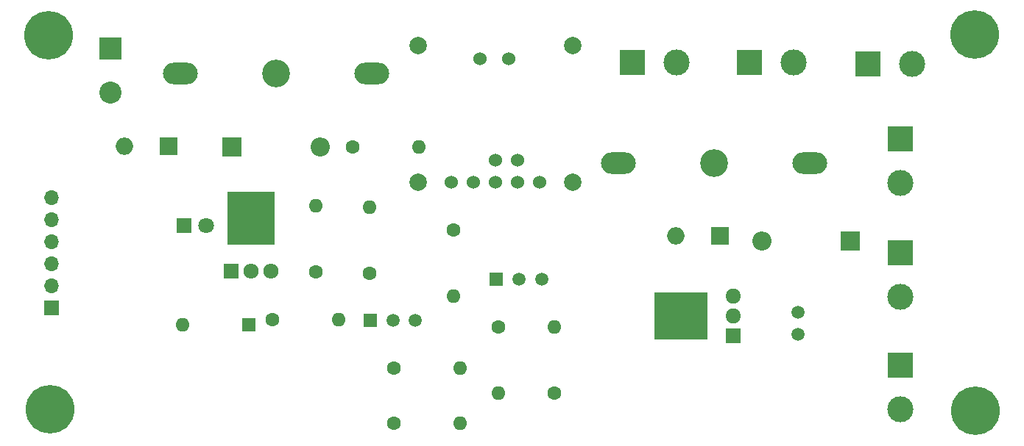
<source format=gbr>
%TF.GenerationSoftware,KiCad,Pcbnew,(5.1.9)-1*%
%TF.CreationDate,2021-04-11T16:44:48+02:00*%
%TF.ProjectId,charge_pcb,63686172-6765-45f7-9063-622e6b696361,rev?*%
%TF.SameCoordinates,Original*%
%TF.FileFunction,Soldermask,Top*%
%TF.FilePolarity,Negative*%
%FSLAX46Y46*%
G04 Gerber Fmt 4.6, Leading zero omitted, Abs format (unit mm)*
G04 Created by KiCad (PCBNEW (5.1.9)-1) date 2021-04-11 16:44:48*
%MOMM*%
%LPD*%
G01*
G04 APERTURE LIST*
%ADD10C,5.600000*%
%ADD11C,3.600000*%
%ADD12C,1.800000*%
%ADD13R,1.800000X1.800000*%
%ADD14O,1.600000X1.600000*%
%ADD15C,1.600000*%
%ADD16C,1.524000*%
%ADD17C,2.000000*%
%ADD18O,1.800000X1.714500*%
%ADD19R,1.800000X1.714500*%
%ADD20R,6.200000X5.500000*%
%ADD21R,1.500000X1.500000*%
%ADD22C,1.500000*%
%ADD23O,1.714500X1.800000*%
%ADD24R,1.714500X1.800000*%
%ADD25R,5.500000X6.200000*%
%ADD26C,3.000000*%
%ADD27R,3.000000X3.000000*%
%ADD28O,1.700000X1.700000*%
%ADD29R,1.700000X1.700000*%
%ADD30C,3.200000*%
%ADD31O,4.000500X2.499360*%
%ADD32O,2.200000X2.200000*%
%ADD33R,2.200000X2.200000*%
%ADD34O,2.000000X2.000000*%
%ADD35R,2.000000X2.000000*%
%ADD36R,1.600000X1.600000*%
%ADD37C,1.501140*%
%ADD38C,2.540000*%
%ADD39R,2.540000X2.540000*%
G04 APERTURE END LIST*
D10*
%TO.C,H2*%
X179610000Y-107830000D03*
D11*
X179610000Y-107830000D03*
%TD*%
D10*
%TO.C,H4*%
X73250000Y-151030000D03*
D11*
X73250000Y-151030000D03*
%TD*%
D10*
%TO.C,H3*%
X179680000Y-151210000D03*
D11*
X179680000Y-151210000D03*
%TD*%
D10*
%TO.C,H1*%
X73080000Y-107940000D03*
D11*
X73080000Y-107940000D03*
%TD*%
D12*
%TO.C,D6*%
X91170000Y-129870000D03*
D13*
X88630000Y-129870000D03*
%TD*%
D14*
%TO.C,R9*%
X115680000Y-120770000D03*
D15*
X108060000Y-120770000D03*
%TD*%
D16*
%TO.C,U1*%
X126980000Y-122340000D03*
X124440000Y-122340000D03*
X124440000Y-124880000D03*
X126980000Y-124880000D03*
D17*
X133330000Y-109132000D03*
X115550000Y-109132000D03*
X133330000Y-124880000D03*
X115550000Y-124880000D03*
D16*
X125964000Y-110656000D03*
X122662000Y-110656000D03*
X129520000Y-124880000D03*
X119360000Y-124880000D03*
X121900000Y-124880000D03*
%TD*%
D14*
%TO.C,R8*%
X120380000Y-152580000D03*
D15*
X112760000Y-152580000D03*
%TD*%
D14*
%TO.C,R7*%
X124830000Y-149150000D03*
D15*
X124830000Y-141530000D03*
%TD*%
D14*
%TO.C,R6*%
X119590000Y-137990000D03*
D15*
X119590000Y-130370000D03*
%TD*%
D14*
%TO.C,R5*%
X131200000Y-141560000D03*
D15*
X131200000Y-149180000D03*
%TD*%
D14*
%TO.C,R4*%
X106400000Y-140650000D03*
D15*
X98780000Y-140650000D03*
%TD*%
D14*
%TO.C,R3*%
X120360000Y-146290000D03*
D15*
X112740000Y-146290000D03*
%TD*%
D14*
%TO.C,R2*%
X109980000Y-127680000D03*
D15*
X109980000Y-135300000D03*
%TD*%
D14*
%TO.C,R1*%
X103760000Y-127510000D03*
D15*
X103760000Y-135130000D03*
%TD*%
D18*
%TO.C,Q4*%
X151830000Y-137988000D03*
X151830000Y-140274000D03*
D19*
X151830000Y-142560000D03*
D20*
X145756667Y-140274000D03*
%TD*%
D21*
%TO.C,Q3*%
X124580000Y-136030000D03*
D22*
X129780000Y-136030000D03*
X127180000Y-136030000D03*
%TD*%
D23*
%TO.C,Q2*%
X98612000Y-135050000D03*
X96326000Y-135050000D03*
D24*
X94040000Y-135050000D03*
D25*
X96326000Y-128976667D03*
%TD*%
D21*
%TO.C,Q1*%
X110060000Y-140730000D03*
D22*
X115260000Y-140730000D03*
X112660000Y-140730000D03*
%TD*%
D26*
%TO.C,J7*%
X171010000Y-124920000D03*
D27*
X171010000Y-119840000D03*
%TD*%
D26*
%TO.C,J6*%
X171010000Y-151010000D03*
D27*
X171010000Y-145930000D03*
%TD*%
D26*
%TO.C,J5*%
X171010000Y-138070000D03*
D27*
X171010000Y-132990000D03*
%TD*%
D26*
%TO.C,J4*%
X172380000Y-111170000D03*
D27*
X167300000Y-111170000D03*
%TD*%
D26*
%TO.C,J3*%
X145310000Y-111070000D03*
D27*
X140230000Y-111070000D03*
%TD*%
D26*
%TO.C,J2*%
X158750000Y-111070000D03*
D27*
X153670000Y-111070000D03*
%TD*%
D28*
%TO.C,J1*%
X73400000Y-126620000D03*
X73400000Y-129160000D03*
X73400000Y-131700000D03*
X73400000Y-134240000D03*
X73400000Y-136780000D03*
D29*
X73400000Y-139320000D03*
%TD*%
D30*
%TO.C,F2*%
X149620000Y-122630000D03*
D31*
X138619260Y-122630000D03*
X160620740Y-122630000D03*
%TD*%
D30*
%TO.C,F1*%
X99226000Y-112321000D03*
D31*
X88225260Y-112321000D03*
X110226740Y-112321000D03*
%TD*%
D32*
%TO.C,D5*%
X155090000Y-131590000D03*
D33*
X165250000Y-131590000D03*
%TD*%
D34*
%TO.C,D4*%
X145220000Y-131040000D03*
D35*
X150300000Y-131040000D03*
%TD*%
D14*
%TO.C,D3*%
X88450000Y-141230000D03*
D36*
X96070000Y-141230000D03*
%TD*%
D32*
%TO.C,D2*%
X104280000Y-120750000D03*
D33*
X94120000Y-120750000D03*
%TD*%
D34*
%TO.C,D1*%
X81780000Y-120720000D03*
D35*
X86860000Y-120720000D03*
%TD*%
D37*
%TO.C,C1*%
X159280000Y-139840000D03*
X159280000Y-142380000D03*
%TD*%
D38*
%TO.C,BT1*%
X80140000Y-114550000D03*
D39*
X80140000Y-109470000D03*
%TD*%
M02*

</source>
